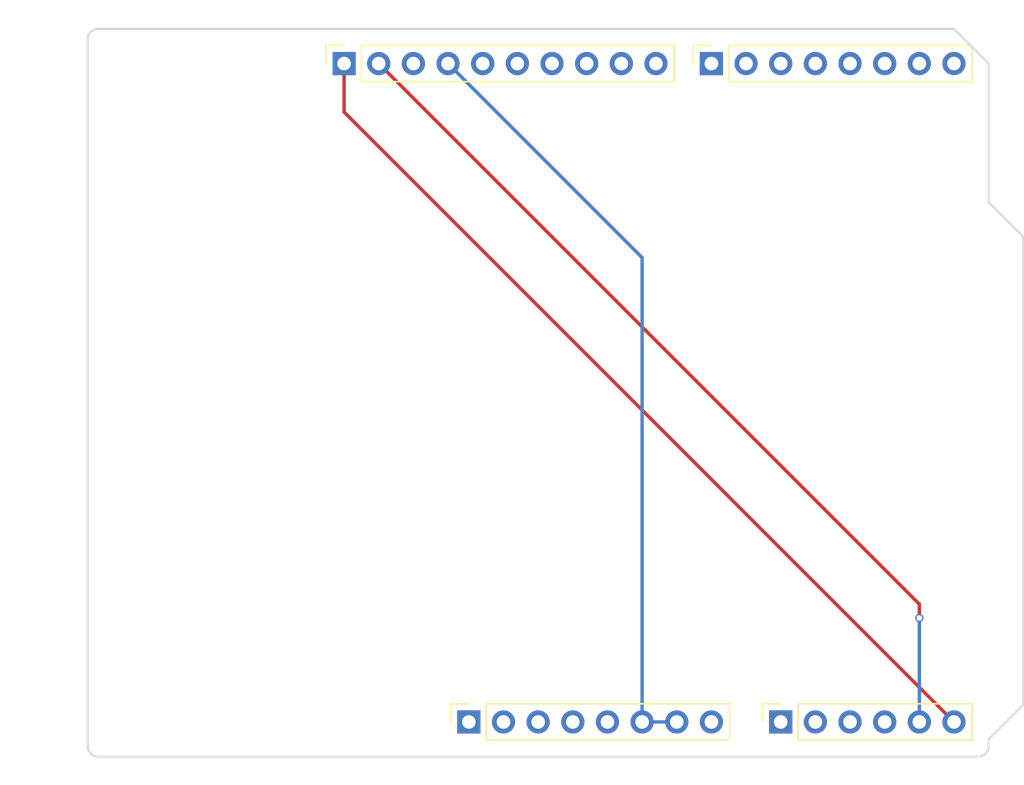
<source format=kicad_pcb>
(kicad_pcb (version 20211014) (generator pcbnew)
  (title_block (date "mar. 31 mars 2015"))
  (layers (0 "F.Cu" signal) (31 "B.Cu" signal) (34 "B.Paste" user) (35 "F.Paste" user) (36 "B.SilkS" user "B.Silkscreen") (37 "F.SilkS" user "F.Silkscreen") (38 "B.Mask" user) (39 "F.Mask" user) (44 "Edge.Cuts" user))
  (net 0 "")
  (net 1 "GND")
  (net 3 "+5V")
  (net 9 "/SDA{slash}A4")
  (net 10 "/SCL{slash}A5")
  (net 26 "+3V3")
  (net 27 "VCC")
  (footprint "Connector_PinSocket_2.54mm:PinSocket_1x08_P2.54mm_Vertical" (layer "F.Cu") (at 127.94 97.46 90)
    (fp_text reference "J1" hide)
    (fp_text value "Power")
    (fp_line (start -1.33 19.11) (end 1.33 19.11) (layer "F.SilkS") (width 0.12))
    (fp_line (start 1.33 1.27) (end 1.33 19.11) (layer "F.SilkS") (width 0.12))
    (fp_line (start -1.33 1.27) (end 1.33 1.27) (layer "F.SilkS") (width 0.12))
    (fp_line (start 0 -1.33) (end 1.33 -1.33) (layer "F.SilkS") (width 0.12))
    (fp_line (start 1.33 -1.33) (end 1.33 0) (layer "F.SilkS") (width 0.12))
    (fp_line (start -1.33 1.27) (end -1.33 19.11) (layer "F.SilkS") (width 0.12))
    (pad "1" thru_hole rect locked (at 0 0 90) (size 1.7 1.7) (drill 1) (layers *.Cu *.Mask))
    (pad "2" thru_hole oval locked (at 0 2.54 90) (size 1.7 1.7) (drill 1) (layers *.Cu *.Mask))
    (pad "3" thru_hole oval locked (at 0 5.08 90) (size 1.7 1.7) (drill 1) (layers *.Cu *.Mask))
    (pad "4" thru_hole oval locked (at 0 7.62 90) (size 1.7 1.7) (drill 1) (layers *.Cu *.Mask) (net 26 "+3V3"))
    (pad "5" thru_hole oval locked (at 0 10.16 90) (size 1.7 1.7) (drill 1) (layers *.Cu *.Mask) (net 3 "+5V"))
    (pad "6" thru_hole oval locked (at 0 12.7 90) (size 1.7 1.7) (drill 1) (layers *.Cu *.Mask) (net 1 "GND"))
    (pad "7" thru_hole oval locked (at 0 15.24 90) (size 1.7 1.7) (drill 1) (layers *.Cu *.Mask) (net 1 "GND"))
    (pad "8" thru_hole oval locked (at 0 17.78 90) (size 1.7 1.7) (drill 1) (layers *.Cu *.Mask) (net 27 "VCC"))
  )
  (footprint "Connector_PinSocket_2.54mm:PinSocket_1x06_P2.54mm_Vertical" (layer "F.Cu") (at 150.8 97.46 90)
    (fp_text reference "J3" hide)
    (fp_text value "Analog")
    (fp_line (start 1.33 1.27) (end 1.33 14.03) (layer "F.SilkS") (width 0.12))
    (fp_line (start 0 -1.33) (end 1.33 -1.33) (layer "F.SilkS") (width 0.12))
    (fp_line (start -1.33 1.27) (end 1.33 1.27) (layer "F.SilkS") (width 0.12))
    (fp_line (start -1.33 1.27) (end -1.33 14.03) (layer "F.SilkS") (width 0.12))
    (fp_line (start -1.33 14.03) (end 1.33 14.03) (layer "F.SilkS") (width 0.12))
    (fp_line (start 1.33 -1.33) (end 1.33 0) (layer "F.SilkS") (width 0.12))
    (pad "1" thru_hole rect locked (at 0 0 90) (size 1.7 1.7) (drill 1) (layers *.Cu *.Mask))
    (pad "2" thru_hole oval locked (at 0 2.54 90) (size 1.7 1.7) (drill 1) (layers *.Cu *.Mask))
    (pad "3" thru_hole oval locked (at 0 5.08 90) (size 1.7 1.7) (drill 1) (layers *.Cu *.Mask))
    (pad "4" thru_hole oval locked (at 0 7.62 90) (size 1.7 1.7) (drill 1) (layers *.Cu *.Mask))
    (pad "5" thru_hole oval locked (at 0 10.16 90) (size 1.7 1.7) (drill 1) (layers *.Cu *.Mask) (net 9 "/SDA{slash}A4"))
    (pad "6" thru_hole oval locked (at 0 12.7 90) (size 1.7 1.7) (drill 1) (layers *.Cu *.Mask) (net 10 "/SCL{slash}A5"))
  )
  (footprint "Connector_PinSocket_2.54mm:PinSocket_1x10_P2.54mm_Vertical" (layer "F.Cu") (at 118.796 49.2 90)
    (fp_text reference "J2" hide)
    (fp_text value "Digital/PWM")
    (fp_line (start -1.33 24.19) (end 1.33 24.19) (layer "F.SilkS") (width 0.12))
    (fp_line (start -1.33 1.27) (end -1.33 24.19) (layer "F.SilkS") (width 0.12))
    (fp_line (start 1.33 -1.33) (end 1.33 0) (layer "F.SilkS") (width 0.12))
    (fp_line (start 0 -1.33) (end 1.33 -1.33) (layer "F.SilkS") (width 0.12))
    (fp_line (start 1.33 1.27) (end 1.33 24.19) (layer "F.SilkS") (width 0.12))
    (fp_line (start -1.33 1.27) (end 1.33 1.27) (layer "F.SilkS") (width 0.12))
    (pad "1" thru_hole rect locked (at 0 0 90) (size 1.7 1.7) (drill 1) (layers *.Cu *.Mask) (net 10 "/SCL{slash}A5"))
    (pad "2" thru_hole oval locked (at 0 2.54 90) (size 1.7 1.7) (drill 1) (layers *.Cu *.Mask) (net 9 "/SDA{slash}A4"))
    (pad "3" thru_hole oval locked (at 0 5.08 90) (size 1.7 1.7) (drill 1) (layers *.Cu *.Mask))
    (pad "4" thru_hole oval locked (at 0 7.62 90) (size 1.7 1.7) (drill 1) (layers *.Cu *.Mask) (net 1 "GND"))
    (pad "5" thru_hole oval locked (at 0 10.16 90) (size 1.7 1.7) (drill 1) (layers *.Cu *.Mask))
    (pad "6" thru_hole oval locked (at 0 12.7 90) (size 1.7 1.7) (drill 1) (layers *.Cu *.Mask))
    (pad "7" thru_hole oval locked (at 0 15.24 90) (size 1.7 1.7) (drill 1) (layers *.Cu *.Mask))
    (pad "8" thru_hole oval locked (at 0 17.78 90) (size 1.7 1.7) (drill 1) (layers *.Cu *.Mask))
    (pad "9" thru_hole oval locked (at 0 20.32 90) (size 1.7 1.7) (drill 1) (layers *.Cu *.Mask))
    (pad "10" thru_hole oval locked (at 0 22.86 90) (size 1.7 1.7) (drill 1) (layers *.Cu *.Mask))
  )
  (footprint "Connector_PinSocket_2.54mm:PinSocket_1x08_P2.54mm_Vertical" (layer "F.Cu") (at 145.72 49.2 90)
    (fp_text reference "J4" hide)
    (fp_text value "Digital/PWM")
    (fp_line (start -1.33 19.11) (end 1.33 19.11) (layer "F.SilkS") (width 0.12))
    (fp_line (start -1.33 1.27) (end -1.33 19.11) (layer "F.SilkS") (width 0.12))
    (fp_line (start 0 -1.33) (end 1.33 -1.33) (layer "F.SilkS") (width 0.12))
    (fp_line (start -1.33 1.27) (end 1.33 1.27) (layer "F.SilkS") (width 0.12))
    (fp_line (start 1.33 -1.33) (end 1.33 0) (layer "F.SilkS") (width 0.12))
    (fp_line (start 1.33 1.27) (end 1.33 19.11) (layer "F.SilkS") (width 0.12))
    (pad "1" thru_hole rect locked (at 0 0 90) (size 1.7 1.7) (drill 1) (layers *.Cu *.Mask))
    (pad "2" thru_hole oval locked (at 0 2.54 90) (size 1.7 1.7) (drill 1) (layers *.Cu *.Mask))
    (pad "3" thru_hole oval locked (at 0 5.08 90) (size 1.7 1.7) (drill 1) (layers *.Cu *.Mask))
    (pad "4" thru_hole oval locked (at 0 7.62 90) (size 1.7 1.7) (drill 1) (layers *.Cu *.Mask))
    (pad "5" thru_hole oval locked (at 0 10.16 90) (size 1.7 1.7) (drill 1) (layers *.Cu *.Mask))
    (pad "6" thru_hole oval locked (at 0 12.7 90) (size 1.7 1.7) (drill 1) (layers *.Cu *.Mask))
    (pad "7" thru_hole oval locked (at 0 15.24 90) (size 1.7 1.7) (drill 1) (layers *.Cu *.Mask))
    (pad "8" thru_hole oval locked (at 0 17.78 90) (size 1.7 1.7) (drill 1) (layers *.Cu *.Mask))
  )
  (footprint "Arduino_MountingHole:MountingHole_3.2mm" (layer "F.Cu") (at 115.24 49.2)
    (fp_text reference "MH1" hide)
    (fp_text value "MountingHole_3.2mm" hide)
    (pad "" np_thru_hole circle locked (at 0 0) (size 3.2 3.2) (drill 3.2) (layers *.Cu *.Mask))
  )
  (footprint "Arduino_MountingHole:MountingHole_3.2mm" (layer "F.Cu") (at 113.97 97.46)
    (fp_text reference "MH2" hide)
    (fp_text value "MountingHole_3.2mm" hide)
    (pad "" np_thru_hole circle locked (at 0 0) (size 3.2 3.2) (drill 3.2) (layers *.Cu *.Mask))
  )
  (footprint "Arduino_MountingHole:MountingHole_3.2mm" (layer "F.Cu") (at 166.04 64.44)
    (fp_text reference "MH3" hide)
    (fp_text value "MountingHole_3.2mm" hide)
    (pad "" np_thru_hole circle locked (at 0 0) (size 3.2 3.2) (drill 3.2) (layers *.Cu *.Mask))
  )
  (footprint "Arduino_MountingHole:MountingHole_3.2mm" (layer "F.Cu") (at 166.04 92.38)
    (fp_text reference "MH4" hide)
    (fp_text value "MountingHole_3.2mm" hide)
    (pad "" np_thru_hole circle locked (at 0 0) (size 3.2 3.2) (drill 3.2) (layers *.Cu *.Mask))
  )
  (gr_line (start 166.04 59.36) (end 168.58 61.9) (layer "Edge.Cuts") (width 0.15))
  (gr_line (start 100 99.238) (end 100 47.422) (layer "Edge.Cuts") (width 0.15))
  (gr_line (start 168.58 61.9) (end 168.58 96.19) (layer "Edge.Cuts") (width 0.15))
  (gr_line (start 165.278 100) (end 100.762 100) (layer "Edge.Cuts") (width 0.15))
  (gr_line (start 100.762 46.66) (end 163.5 46.66) (layer "Edge.Cuts") (width 0.15))
  (gr_arc (start 100.762 100) (mid 100.223185 99.776815) (end 100 99.238) (layer "Edge.Cuts") (width 0.15))
  (gr_line (start 168.58 96.19) (end 166.04 98.73) (layer "Edge.Cuts") (width 0.15))
  (gr_line (start 163.5 46.66) (end 166.04 49.2) (layer "Edge.Cuts") (width 0.15))
  (gr_arc (start 166.04 99.238) (mid 165.816815 99.776815) (end 165.278 100) (layer "Edge.Cuts") (width 0.15))
  (gr_line (start 166.04 49.2) (end 166.04 59.36) (layer "Edge.Cuts") (width 0.15))
  (gr_line (start 166.04 98.73) (end 166.04 99.238) (layer "Edge.Cuts") (width 0.15))
  (gr_arc (start 100 47.422) (mid 100.223185 46.883185) (end 100.762 46.66) (layer "Edge.Cuts") (width 0.15))
  (segment (start 140.64 97.46) (end 143.18 97.46) (width 0.25) (layer "B.Cu") (net 1))
  (segment (start 126.416 49.2) (end 140.64 63.424) (width 0.25) (layer "B.Cu") (net 1))
  (segment (start 140.64 63.424) (end 140.64 97.46) (width 0.25) (layer "B.Cu") (net 1))
  (segment (start 121.336 49.2) (end 160.96 88.824) (width 0.25) (layer "F.Cu") (net 9))
  (segment (start 160.96 88.824) (end 160.96 89.84) (width 0.25) (layer "F.Cu") (net 9))
  (via (at 160.96 89.84) (size 0.6) (drill 0.4) (layers "F.Cu" "B.Cu") (net 9))
  (segment (start 160.96 89.84) (end 160.96 97.46) (width 0.25) (layer "B.Cu") (net 9))
  (segment (start 163.5 97.46) (end 118.796 52.756) (width 0.25) (layer "F.Cu") (net 10))
  (segment (start 118.796 52.756) (end 118.796 49.2) (width 0.25) (layer "F.Cu") (net 10))
)
</source>
